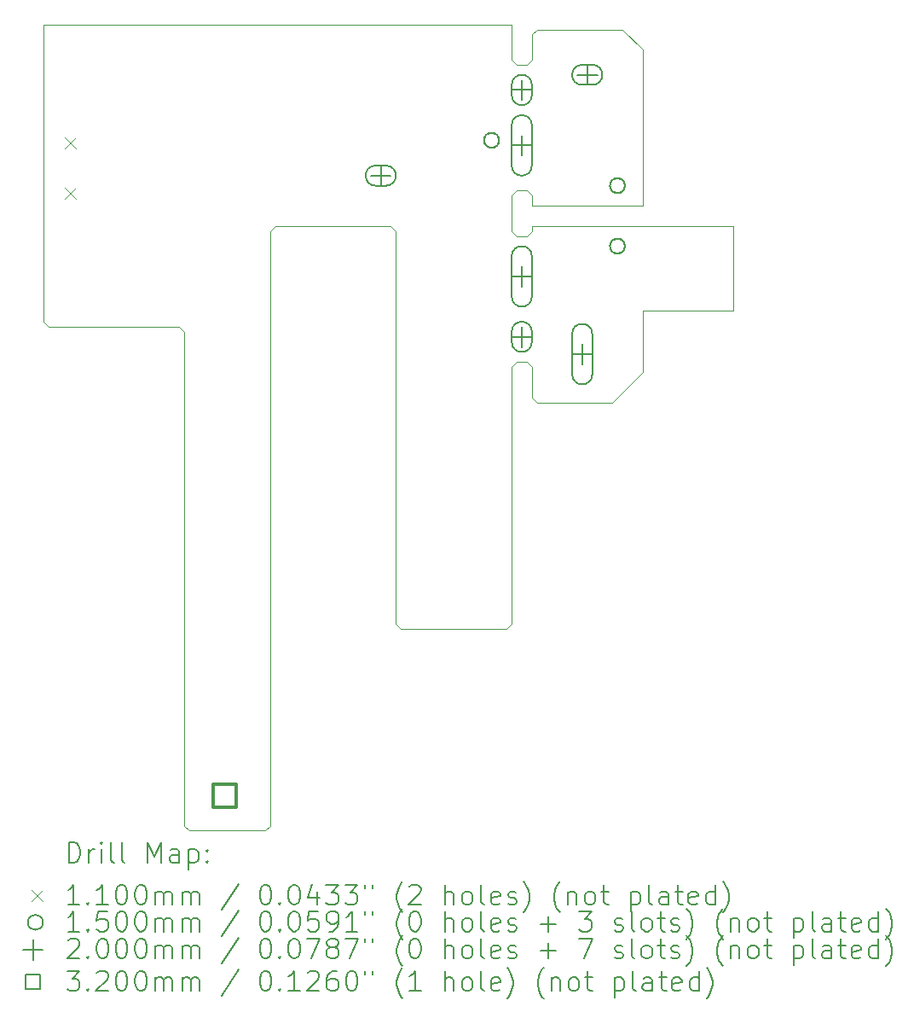
<source format=gbr>
%TF.GenerationSoftware,KiCad,Pcbnew,(6.0.10-0)*%
%TF.CreationDate,2024-01-14T23:05:52+09:00*%
%TF.ProjectId,AutoFeeder_Drum-type,4175746f-4665-4656-9465-725f4472756d,02*%
%TF.SameCoordinates,Original*%
%TF.FileFunction,Drillmap*%
%TF.FilePolarity,Positive*%
%FSLAX45Y45*%
G04 Gerber Fmt 4.5, Leading zero omitted, Abs format (unit mm)*
G04 Created by KiCad (PCBNEW (6.0.10-0)) date 2024-01-14 23:05:52*
%MOMM*%
%LPD*%
G01*
G04 APERTURE LIST*
%ADD10C,0.100000*%
%ADD11C,0.200000*%
%ADD12C,0.110000*%
%ADD13C,0.150000*%
%ADD14C,0.320000*%
G04 APERTURE END LIST*
D10*
X18350000Y-9350000D02*
X18300000Y-9400000D01*
X19300000Y-9750000D02*
X19600000Y-9450000D01*
X18550000Y-6050000D02*
X19400000Y-6050000D01*
X18500000Y-6100000D02*
X18550000Y-6050000D01*
X17150000Y-11950000D02*
X17200000Y-12000000D01*
X19300000Y-9750000D02*
X18550000Y-9750000D01*
X18450000Y-8100000D02*
X18500000Y-8050000D01*
X13650000Y-6000000D02*
X18300000Y-6000000D01*
X17150000Y-8050000D02*
X17150000Y-11950000D01*
X15900000Y-8050000D02*
X15900000Y-13950000D01*
X19600000Y-9450000D02*
X19600000Y-8843512D01*
X18450000Y-7650000D02*
X18500000Y-7700000D01*
X18350000Y-6400000D02*
X18300000Y-6350000D01*
X18350000Y-7650000D02*
X18450000Y-7650000D01*
X17100000Y-8000000D02*
X17150000Y-8050000D01*
X18450000Y-6400000D02*
X18500000Y-6350000D01*
X18500000Y-8000000D02*
X20500000Y-8000000D01*
X19600000Y-6250000D02*
X19600000Y-7800000D01*
X18350000Y-7650000D02*
X18300000Y-7700000D01*
X18500000Y-9400000D02*
X18500000Y-9700000D01*
X18350000Y-6400000D02*
X18450000Y-6400000D01*
X13700000Y-9000000D02*
X15000000Y-9000000D01*
X18300000Y-9400000D02*
X18300000Y-11950000D01*
X17100000Y-8000000D02*
X15950000Y-8000000D01*
X15050000Y-13950000D02*
X15100000Y-14000000D01*
X20500000Y-8843512D02*
X19600000Y-8843512D01*
X15850000Y-14000000D02*
X15900000Y-13950000D01*
X18350000Y-9350000D02*
X18450000Y-9350000D01*
X15100000Y-14000000D02*
X15850000Y-14000000D01*
X18500000Y-8050000D02*
X18500000Y-8000000D01*
X18500000Y-9700000D02*
X18550000Y-9750000D01*
X15000000Y-9000000D02*
X15050000Y-9050000D01*
X15050000Y-9050000D02*
X15050000Y-13950000D01*
X15950000Y-8000000D02*
X15900000Y-8050000D01*
X18350000Y-8100000D02*
X18300000Y-8050000D01*
X18300000Y-7700000D02*
X18300000Y-8050000D01*
X19600000Y-7800000D02*
X18500000Y-7800000D01*
X13650000Y-8950000D02*
X13700000Y-9000000D01*
X18450000Y-9350000D02*
X18500000Y-9400000D01*
X18350000Y-8100000D02*
X18450000Y-8100000D01*
X17200000Y-12000000D02*
X18250000Y-12000000D01*
X20500000Y-8000000D02*
X20500000Y-8843512D01*
X13650000Y-6000000D02*
X13650000Y-8950000D01*
X18500000Y-7700000D02*
X18500000Y-7800000D01*
X18300000Y-6000000D02*
X18300000Y-6350000D01*
X18250000Y-12000000D02*
X18300000Y-11950000D01*
X19400000Y-6050000D02*
X19600000Y-6250000D01*
X18500000Y-6100000D02*
X18500000Y-6350000D01*
D11*
D12*
X13860000Y-7124500D02*
X13970000Y-7234500D01*
X13970000Y-7124500D02*
X13860000Y-7234500D01*
X13860000Y-7624500D02*
X13970000Y-7734500D01*
X13970000Y-7624500D02*
X13860000Y-7734500D01*
D13*
X18175000Y-7150000D02*
G75*
G03*
X18175000Y-7150000I-75000J0D01*
G01*
D11*
X18100000Y-7225000D02*
X18100000Y-7225000D01*
X18100000Y-7075000D02*
X18100000Y-7075000D01*
X18100000Y-7225000D02*
G75*
G03*
X18100000Y-7075000I0J75000D01*
G01*
X18100000Y-7075000D02*
G75*
G03*
X18100000Y-7225000I0J-75000D01*
G01*
D13*
X19425000Y-7600000D02*
G75*
G03*
X19425000Y-7600000I-75000J0D01*
G01*
D11*
X19350000Y-7675000D02*
X19350000Y-7675000D01*
X19350000Y-7525000D02*
X19350000Y-7525000D01*
X19350000Y-7675000D02*
G75*
G03*
X19350000Y-7525000I0J75000D01*
G01*
X19350000Y-7525000D02*
G75*
G03*
X19350000Y-7675000I0J-75000D01*
G01*
D13*
X19425000Y-8200000D02*
G75*
G03*
X19425000Y-8200000I-75000J0D01*
G01*
D11*
X19350000Y-8275000D02*
X19350000Y-8275000D01*
X19350000Y-8125000D02*
X19350000Y-8125000D01*
X19350000Y-8275000D02*
G75*
G03*
X19350000Y-8125000I0J75000D01*
G01*
X19350000Y-8125000D02*
G75*
G03*
X19350000Y-8275000I0J-75000D01*
G01*
X17000000Y-7400000D02*
X17000000Y-7600000D01*
X16900000Y-7500000D02*
X17100000Y-7500000D01*
X16950000Y-7600000D02*
X17050000Y-7600000D01*
X16950000Y-7400000D02*
X17050000Y-7400000D01*
X17050000Y-7600000D02*
G75*
G03*
X17050000Y-7400000I0J100000D01*
G01*
X16950000Y-7400000D02*
G75*
G03*
X16950000Y-7600000I0J-100000D01*
G01*
X18400000Y-6550000D02*
X18400000Y-6750000D01*
X18300000Y-6650000D02*
X18500000Y-6650000D01*
X18300000Y-6600000D02*
X18300000Y-6700000D01*
X18500000Y-6600000D02*
X18500000Y-6700000D01*
X18300000Y-6700000D02*
G75*
G03*
X18500000Y-6700000I100000J0D01*
G01*
X18500000Y-6600000D02*
G75*
G03*
X18300000Y-6600000I-100000J0D01*
G01*
X18400000Y-7100000D02*
X18400000Y-7300000D01*
X18300000Y-7200000D02*
X18500000Y-7200000D01*
X18300000Y-7000000D02*
X18300000Y-7400000D01*
X18500000Y-7000000D02*
X18500000Y-7400000D01*
X18300000Y-7400000D02*
G75*
G03*
X18500000Y-7400000I100000J0D01*
G01*
X18500000Y-7000000D02*
G75*
G03*
X18300000Y-7000000I-100000J0D01*
G01*
X18400000Y-8400000D02*
X18400000Y-8600000D01*
X18300000Y-8500000D02*
X18500000Y-8500000D01*
X18300000Y-8300000D02*
X18300000Y-8700000D01*
X18500000Y-8300000D02*
X18500000Y-8700000D01*
X18300000Y-8700000D02*
G75*
G03*
X18500000Y-8700000I100000J0D01*
G01*
X18500000Y-8300000D02*
G75*
G03*
X18300000Y-8300000I-100000J0D01*
G01*
X18400000Y-9000000D02*
X18400000Y-9200000D01*
X18300000Y-9100000D02*
X18500000Y-9100000D01*
X18300000Y-9050000D02*
X18300000Y-9150000D01*
X18500000Y-9050000D02*
X18500000Y-9150000D01*
X18300000Y-9150000D02*
G75*
G03*
X18500000Y-9150000I100000J0D01*
G01*
X18500000Y-9050000D02*
G75*
G03*
X18300000Y-9050000I-100000J0D01*
G01*
X19000000Y-9171000D02*
X19000000Y-9371000D01*
X18900000Y-9271000D02*
X19100000Y-9271000D01*
X18900000Y-9071000D02*
X18900000Y-9471000D01*
X19100000Y-9071000D02*
X19100000Y-9471000D01*
X18900000Y-9471000D02*
G75*
G03*
X19100000Y-9471000I100000J0D01*
G01*
X19100000Y-9071000D02*
G75*
G03*
X18900000Y-9071000I-100000J0D01*
G01*
X19050000Y-6400000D02*
X19050000Y-6600000D01*
X18950000Y-6500000D02*
X19150000Y-6500000D01*
X19000000Y-6600000D02*
X19100000Y-6600000D01*
X19000000Y-6400000D02*
X19100000Y-6400000D01*
X19100000Y-6600000D02*
G75*
G03*
X19100000Y-6400000I0J100000D01*
G01*
X19000000Y-6400000D02*
G75*
G03*
X19000000Y-6600000I0J-100000D01*
G01*
D14*
X15563138Y-13763138D02*
X15563138Y-13536862D01*
X15336862Y-13536862D01*
X15336862Y-13763138D01*
X15563138Y-13763138D01*
D11*
X13902619Y-14315476D02*
X13902619Y-14115476D01*
X13950238Y-14115476D01*
X13978809Y-14125000D01*
X13997857Y-14144048D01*
X14007381Y-14163095D01*
X14016905Y-14201190D01*
X14016905Y-14229762D01*
X14007381Y-14267857D01*
X13997857Y-14286905D01*
X13978809Y-14305952D01*
X13950238Y-14315476D01*
X13902619Y-14315476D01*
X14102619Y-14315476D02*
X14102619Y-14182143D01*
X14102619Y-14220238D02*
X14112143Y-14201190D01*
X14121667Y-14191667D01*
X14140714Y-14182143D01*
X14159762Y-14182143D01*
X14226428Y-14315476D02*
X14226428Y-14182143D01*
X14226428Y-14115476D02*
X14216905Y-14125000D01*
X14226428Y-14134524D01*
X14235952Y-14125000D01*
X14226428Y-14115476D01*
X14226428Y-14134524D01*
X14350238Y-14315476D02*
X14331190Y-14305952D01*
X14321667Y-14286905D01*
X14321667Y-14115476D01*
X14455000Y-14315476D02*
X14435952Y-14305952D01*
X14426428Y-14286905D01*
X14426428Y-14115476D01*
X14683571Y-14315476D02*
X14683571Y-14115476D01*
X14750238Y-14258333D01*
X14816905Y-14115476D01*
X14816905Y-14315476D01*
X14997857Y-14315476D02*
X14997857Y-14210714D01*
X14988333Y-14191667D01*
X14969286Y-14182143D01*
X14931190Y-14182143D01*
X14912143Y-14191667D01*
X14997857Y-14305952D02*
X14978809Y-14315476D01*
X14931190Y-14315476D01*
X14912143Y-14305952D01*
X14902619Y-14286905D01*
X14902619Y-14267857D01*
X14912143Y-14248809D01*
X14931190Y-14239286D01*
X14978809Y-14239286D01*
X14997857Y-14229762D01*
X15093095Y-14182143D02*
X15093095Y-14382143D01*
X15093095Y-14191667D02*
X15112143Y-14182143D01*
X15150238Y-14182143D01*
X15169286Y-14191667D01*
X15178809Y-14201190D01*
X15188333Y-14220238D01*
X15188333Y-14277381D01*
X15178809Y-14296428D01*
X15169286Y-14305952D01*
X15150238Y-14315476D01*
X15112143Y-14315476D01*
X15093095Y-14305952D01*
X15274048Y-14296428D02*
X15283571Y-14305952D01*
X15274048Y-14315476D01*
X15264524Y-14305952D01*
X15274048Y-14296428D01*
X15274048Y-14315476D01*
X15274048Y-14191667D02*
X15283571Y-14201190D01*
X15274048Y-14210714D01*
X15264524Y-14201190D01*
X15274048Y-14191667D01*
X15274048Y-14210714D01*
D12*
X13535000Y-14590000D02*
X13645000Y-14700000D01*
X13645000Y-14590000D02*
X13535000Y-14700000D01*
D11*
X14007381Y-14735476D02*
X13893095Y-14735476D01*
X13950238Y-14735476D02*
X13950238Y-14535476D01*
X13931190Y-14564048D01*
X13912143Y-14583095D01*
X13893095Y-14592619D01*
X14093095Y-14716428D02*
X14102619Y-14725952D01*
X14093095Y-14735476D01*
X14083571Y-14725952D01*
X14093095Y-14716428D01*
X14093095Y-14735476D01*
X14293095Y-14735476D02*
X14178809Y-14735476D01*
X14235952Y-14735476D02*
X14235952Y-14535476D01*
X14216905Y-14564048D01*
X14197857Y-14583095D01*
X14178809Y-14592619D01*
X14416905Y-14535476D02*
X14435952Y-14535476D01*
X14455000Y-14545000D01*
X14464524Y-14554524D01*
X14474048Y-14573571D01*
X14483571Y-14611667D01*
X14483571Y-14659286D01*
X14474048Y-14697381D01*
X14464524Y-14716428D01*
X14455000Y-14725952D01*
X14435952Y-14735476D01*
X14416905Y-14735476D01*
X14397857Y-14725952D01*
X14388333Y-14716428D01*
X14378809Y-14697381D01*
X14369286Y-14659286D01*
X14369286Y-14611667D01*
X14378809Y-14573571D01*
X14388333Y-14554524D01*
X14397857Y-14545000D01*
X14416905Y-14535476D01*
X14607381Y-14535476D02*
X14626428Y-14535476D01*
X14645476Y-14545000D01*
X14655000Y-14554524D01*
X14664524Y-14573571D01*
X14674048Y-14611667D01*
X14674048Y-14659286D01*
X14664524Y-14697381D01*
X14655000Y-14716428D01*
X14645476Y-14725952D01*
X14626428Y-14735476D01*
X14607381Y-14735476D01*
X14588333Y-14725952D01*
X14578809Y-14716428D01*
X14569286Y-14697381D01*
X14559762Y-14659286D01*
X14559762Y-14611667D01*
X14569286Y-14573571D01*
X14578809Y-14554524D01*
X14588333Y-14545000D01*
X14607381Y-14535476D01*
X14759762Y-14735476D02*
X14759762Y-14602143D01*
X14759762Y-14621190D02*
X14769286Y-14611667D01*
X14788333Y-14602143D01*
X14816905Y-14602143D01*
X14835952Y-14611667D01*
X14845476Y-14630714D01*
X14845476Y-14735476D01*
X14845476Y-14630714D02*
X14855000Y-14611667D01*
X14874048Y-14602143D01*
X14902619Y-14602143D01*
X14921667Y-14611667D01*
X14931190Y-14630714D01*
X14931190Y-14735476D01*
X15026428Y-14735476D02*
X15026428Y-14602143D01*
X15026428Y-14621190D02*
X15035952Y-14611667D01*
X15055000Y-14602143D01*
X15083571Y-14602143D01*
X15102619Y-14611667D01*
X15112143Y-14630714D01*
X15112143Y-14735476D01*
X15112143Y-14630714D02*
X15121667Y-14611667D01*
X15140714Y-14602143D01*
X15169286Y-14602143D01*
X15188333Y-14611667D01*
X15197857Y-14630714D01*
X15197857Y-14735476D01*
X15588333Y-14525952D02*
X15416905Y-14783095D01*
X15845476Y-14535476D02*
X15864524Y-14535476D01*
X15883571Y-14545000D01*
X15893095Y-14554524D01*
X15902619Y-14573571D01*
X15912143Y-14611667D01*
X15912143Y-14659286D01*
X15902619Y-14697381D01*
X15893095Y-14716428D01*
X15883571Y-14725952D01*
X15864524Y-14735476D01*
X15845476Y-14735476D01*
X15826428Y-14725952D01*
X15816905Y-14716428D01*
X15807381Y-14697381D01*
X15797857Y-14659286D01*
X15797857Y-14611667D01*
X15807381Y-14573571D01*
X15816905Y-14554524D01*
X15826428Y-14545000D01*
X15845476Y-14535476D01*
X15997857Y-14716428D02*
X16007381Y-14725952D01*
X15997857Y-14735476D01*
X15988333Y-14725952D01*
X15997857Y-14716428D01*
X15997857Y-14735476D01*
X16131190Y-14535476D02*
X16150238Y-14535476D01*
X16169286Y-14545000D01*
X16178809Y-14554524D01*
X16188333Y-14573571D01*
X16197857Y-14611667D01*
X16197857Y-14659286D01*
X16188333Y-14697381D01*
X16178809Y-14716428D01*
X16169286Y-14725952D01*
X16150238Y-14735476D01*
X16131190Y-14735476D01*
X16112143Y-14725952D01*
X16102619Y-14716428D01*
X16093095Y-14697381D01*
X16083571Y-14659286D01*
X16083571Y-14611667D01*
X16093095Y-14573571D01*
X16102619Y-14554524D01*
X16112143Y-14545000D01*
X16131190Y-14535476D01*
X16369286Y-14602143D02*
X16369286Y-14735476D01*
X16321667Y-14525952D02*
X16274048Y-14668809D01*
X16397857Y-14668809D01*
X16455000Y-14535476D02*
X16578809Y-14535476D01*
X16512143Y-14611667D01*
X16540714Y-14611667D01*
X16559762Y-14621190D01*
X16569286Y-14630714D01*
X16578809Y-14649762D01*
X16578809Y-14697381D01*
X16569286Y-14716428D01*
X16559762Y-14725952D01*
X16540714Y-14735476D01*
X16483571Y-14735476D01*
X16464524Y-14725952D01*
X16455000Y-14716428D01*
X16645476Y-14535476D02*
X16769286Y-14535476D01*
X16702619Y-14611667D01*
X16731190Y-14611667D01*
X16750238Y-14621190D01*
X16759762Y-14630714D01*
X16769286Y-14649762D01*
X16769286Y-14697381D01*
X16759762Y-14716428D01*
X16750238Y-14725952D01*
X16731190Y-14735476D01*
X16674048Y-14735476D01*
X16655000Y-14725952D01*
X16645476Y-14716428D01*
X16845476Y-14535476D02*
X16845476Y-14573571D01*
X16921667Y-14535476D02*
X16921667Y-14573571D01*
X17216905Y-14811667D02*
X17207381Y-14802143D01*
X17188333Y-14773571D01*
X17178810Y-14754524D01*
X17169286Y-14725952D01*
X17159762Y-14678333D01*
X17159762Y-14640238D01*
X17169286Y-14592619D01*
X17178810Y-14564048D01*
X17188333Y-14545000D01*
X17207381Y-14516428D01*
X17216905Y-14506905D01*
X17283571Y-14554524D02*
X17293095Y-14545000D01*
X17312143Y-14535476D01*
X17359762Y-14535476D01*
X17378810Y-14545000D01*
X17388333Y-14554524D01*
X17397857Y-14573571D01*
X17397857Y-14592619D01*
X17388333Y-14621190D01*
X17274048Y-14735476D01*
X17397857Y-14735476D01*
X17635952Y-14735476D02*
X17635952Y-14535476D01*
X17721667Y-14735476D02*
X17721667Y-14630714D01*
X17712143Y-14611667D01*
X17693095Y-14602143D01*
X17664524Y-14602143D01*
X17645476Y-14611667D01*
X17635952Y-14621190D01*
X17845476Y-14735476D02*
X17826429Y-14725952D01*
X17816905Y-14716428D01*
X17807381Y-14697381D01*
X17807381Y-14640238D01*
X17816905Y-14621190D01*
X17826429Y-14611667D01*
X17845476Y-14602143D01*
X17874048Y-14602143D01*
X17893095Y-14611667D01*
X17902619Y-14621190D01*
X17912143Y-14640238D01*
X17912143Y-14697381D01*
X17902619Y-14716428D01*
X17893095Y-14725952D01*
X17874048Y-14735476D01*
X17845476Y-14735476D01*
X18026429Y-14735476D02*
X18007381Y-14725952D01*
X17997857Y-14706905D01*
X17997857Y-14535476D01*
X18178810Y-14725952D02*
X18159762Y-14735476D01*
X18121667Y-14735476D01*
X18102619Y-14725952D01*
X18093095Y-14706905D01*
X18093095Y-14630714D01*
X18102619Y-14611667D01*
X18121667Y-14602143D01*
X18159762Y-14602143D01*
X18178810Y-14611667D01*
X18188333Y-14630714D01*
X18188333Y-14649762D01*
X18093095Y-14668809D01*
X18264524Y-14725952D02*
X18283571Y-14735476D01*
X18321667Y-14735476D01*
X18340714Y-14725952D01*
X18350238Y-14706905D01*
X18350238Y-14697381D01*
X18340714Y-14678333D01*
X18321667Y-14668809D01*
X18293095Y-14668809D01*
X18274048Y-14659286D01*
X18264524Y-14640238D01*
X18264524Y-14630714D01*
X18274048Y-14611667D01*
X18293095Y-14602143D01*
X18321667Y-14602143D01*
X18340714Y-14611667D01*
X18416905Y-14811667D02*
X18426429Y-14802143D01*
X18445476Y-14773571D01*
X18455000Y-14754524D01*
X18464524Y-14725952D01*
X18474048Y-14678333D01*
X18474048Y-14640238D01*
X18464524Y-14592619D01*
X18455000Y-14564048D01*
X18445476Y-14545000D01*
X18426429Y-14516428D01*
X18416905Y-14506905D01*
X18778810Y-14811667D02*
X18769286Y-14802143D01*
X18750238Y-14773571D01*
X18740714Y-14754524D01*
X18731190Y-14725952D01*
X18721667Y-14678333D01*
X18721667Y-14640238D01*
X18731190Y-14592619D01*
X18740714Y-14564048D01*
X18750238Y-14545000D01*
X18769286Y-14516428D01*
X18778810Y-14506905D01*
X18855000Y-14602143D02*
X18855000Y-14735476D01*
X18855000Y-14621190D02*
X18864524Y-14611667D01*
X18883571Y-14602143D01*
X18912143Y-14602143D01*
X18931190Y-14611667D01*
X18940714Y-14630714D01*
X18940714Y-14735476D01*
X19064524Y-14735476D02*
X19045476Y-14725952D01*
X19035952Y-14716428D01*
X19026429Y-14697381D01*
X19026429Y-14640238D01*
X19035952Y-14621190D01*
X19045476Y-14611667D01*
X19064524Y-14602143D01*
X19093095Y-14602143D01*
X19112143Y-14611667D01*
X19121667Y-14621190D01*
X19131190Y-14640238D01*
X19131190Y-14697381D01*
X19121667Y-14716428D01*
X19112143Y-14725952D01*
X19093095Y-14735476D01*
X19064524Y-14735476D01*
X19188333Y-14602143D02*
X19264524Y-14602143D01*
X19216905Y-14535476D02*
X19216905Y-14706905D01*
X19226429Y-14725952D01*
X19245476Y-14735476D01*
X19264524Y-14735476D01*
X19483571Y-14602143D02*
X19483571Y-14802143D01*
X19483571Y-14611667D02*
X19502619Y-14602143D01*
X19540714Y-14602143D01*
X19559762Y-14611667D01*
X19569286Y-14621190D01*
X19578810Y-14640238D01*
X19578810Y-14697381D01*
X19569286Y-14716428D01*
X19559762Y-14725952D01*
X19540714Y-14735476D01*
X19502619Y-14735476D01*
X19483571Y-14725952D01*
X19693095Y-14735476D02*
X19674048Y-14725952D01*
X19664524Y-14706905D01*
X19664524Y-14535476D01*
X19855000Y-14735476D02*
X19855000Y-14630714D01*
X19845476Y-14611667D01*
X19826429Y-14602143D01*
X19788333Y-14602143D01*
X19769286Y-14611667D01*
X19855000Y-14725952D02*
X19835952Y-14735476D01*
X19788333Y-14735476D01*
X19769286Y-14725952D01*
X19759762Y-14706905D01*
X19759762Y-14687857D01*
X19769286Y-14668809D01*
X19788333Y-14659286D01*
X19835952Y-14659286D01*
X19855000Y-14649762D01*
X19921667Y-14602143D02*
X19997857Y-14602143D01*
X19950238Y-14535476D02*
X19950238Y-14706905D01*
X19959762Y-14725952D01*
X19978810Y-14735476D01*
X19997857Y-14735476D01*
X20140714Y-14725952D02*
X20121667Y-14735476D01*
X20083571Y-14735476D01*
X20064524Y-14725952D01*
X20055000Y-14706905D01*
X20055000Y-14630714D01*
X20064524Y-14611667D01*
X20083571Y-14602143D01*
X20121667Y-14602143D01*
X20140714Y-14611667D01*
X20150238Y-14630714D01*
X20150238Y-14649762D01*
X20055000Y-14668809D01*
X20321667Y-14735476D02*
X20321667Y-14535476D01*
X20321667Y-14725952D02*
X20302619Y-14735476D01*
X20264524Y-14735476D01*
X20245476Y-14725952D01*
X20235952Y-14716428D01*
X20226429Y-14697381D01*
X20226429Y-14640238D01*
X20235952Y-14621190D01*
X20245476Y-14611667D01*
X20264524Y-14602143D01*
X20302619Y-14602143D01*
X20321667Y-14611667D01*
X20397857Y-14811667D02*
X20407381Y-14802143D01*
X20426429Y-14773571D01*
X20435952Y-14754524D01*
X20445476Y-14725952D01*
X20455000Y-14678333D01*
X20455000Y-14640238D01*
X20445476Y-14592619D01*
X20435952Y-14564048D01*
X20426429Y-14545000D01*
X20407381Y-14516428D01*
X20397857Y-14506905D01*
D13*
X13645000Y-14909000D02*
G75*
G03*
X13645000Y-14909000I-75000J0D01*
G01*
D11*
X14007381Y-14999476D02*
X13893095Y-14999476D01*
X13950238Y-14999476D02*
X13950238Y-14799476D01*
X13931190Y-14828048D01*
X13912143Y-14847095D01*
X13893095Y-14856619D01*
X14093095Y-14980428D02*
X14102619Y-14989952D01*
X14093095Y-14999476D01*
X14083571Y-14989952D01*
X14093095Y-14980428D01*
X14093095Y-14999476D01*
X14283571Y-14799476D02*
X14188333Y-14799476D01*
X14178809Y-14894714D01*
X14188333Y-14885190D01*
X14207381Y-14875667D01*
X14255000Y-14875667D01*
X14274048Y-14885190D01*
X14283571Y-14894714D01*
X14293095Y-14913762D01*
X14293095Y-14961381D01*
X14283571Y-14980428D01*
X14274048Y-14989952D01*
X14255000Y-14999476D01*
X14207381Y-14999476D01*
X14188333Y-14989952D01*
X14178809Y-14980428D01*
X14416905Y-14799476D02*
X14435952Y-14799476D01*
X14455000Y-14809000D01*
X14464524Y-14818524D01*
X14474048Y-14837571D01*
X14483571Y-14875667D01*
X14483571Y-14923286D01*
X14474048Y-14961381D01*
X14464524Y-14980428D01*
X14455000Y-14989952D01*
X14435952Y-14999476D01*
X14416905Y-14999476D01*
X14397857Y-14989952D01*
X14388333Y-14980428D01*
X14378809Y-14961381D01*
X14369286Y-14923286D01*
X14369286Y-14875667D01*
X14378809Y-14837571D01*
X14388333Y-14818524D01*
X14397857Y-14809000D01*
X14416905Y-14799476D01*
X14607381Y-14799476D02*
X14626428Y-14799476D01*
X14645476Y-14809000D01*
X14655000Y-14818524D01*
X14664524Y-14837571D01*
X14674048Y-14875667D01*
X14674048Y-14923286D01*
X14664524Y-14961381D01*
X14655000Y-14980428D01*
X14645476Y-14989952D01*
X14626428Y-14999476D01*
X14607381Y-14999476D01*
X14588333Y-14989952D01*
X14578809Y-14980428D01*
X14569286Y-14961381D01*
X14559762Y-14923286D01*
X14559762Y-14875667D01*
X14569286Y-14837571D01*
X14578809Y-14818524D01*
X14588333Y-14809000D01*
X14607381Y-14799476D01*
X14759762Y-14999476D02*
X14759762Y-14866143D01*
X14759762Y-14885190D02*
X14769286Y-14875667D01*
X14788333Y-14866143D01*
X14816905Y-14866143D01*
X14835952Y-14875667D01*
X14845476Y-14894714D01*
X14845476Y-14999476D01*
X14845476Y-14894714D02*
X14855000Y-14875667D01*
X14874048Y-14866143D01*
X14902619Y-14866143D01*
X14921667Y-14875667D01*
X14931190Y-14894714D01*
X14931190Y-14999476D01*
X15026428Y-14999476D02*
X15026428Y-14866143D01*
X15026428Y-14885190D02*
X15035952Y-14875667D01*
X15055000Y-14866143D01*
X15083571Y-14866143D01*
X15102619Y-14875667D01*
X15112143Y-14894714D01*
X15112143Y-14999476D01*
X15112143Y-14894714D02*
X15121667Y-14875667D01*
X15140714Y-14866143D01*
X15169286Y-14866143D01*
X15188333Y-14875667D01*
X15197857Y-14894714D01*
X15197857Y-14999476D01*
X15588333Y-14789952D02*
X15416905Y-15047095D01*
X15845476Y-14799476D02*
X15864524Y-14799476D01*
X15883571Y-14809000D01*
X15893095Y-14818524D01*
X15902619Y-14837571D01*
X15912143Y-14875667D01*
X15912143Y-14923286D01*
X15902619Y-14961381D01*
X15893095Y-14980428D01*
X15883571Y-14989952D01*
X15864524Y-14999476D01*
X15845476Y-14999476D01*
X15826428Y-14989952D01*
X15816905Y-14980428D01*
X15807381Y-14961381D01*
X15797857Y-14923286D01*
X15797857Y-14875667D01*
X15807381Y-14837571D01*
X15816905Y-14818524D01*
X15826428Y-14809000D01*
X15845476Y-14799476D01*
X15997857Y-14980428D02*
X16007381Y-14989952D01*
X15997857Y-14999476D01*
X15988333Y-14989952D01*
X15997857Y-14980428D01*
X15997857Y-14999476D01*
X16131190Y-14799476D02*
X16150238Y-14799476D01*
X16169286Y-14809000D01*
X16178809Y-14818524D01*
X16188333Y-14837571D01*
X16197857Y-14875667D01*
X16197857Y-14923286D01*
X16188333Y-14961381D01*
X16178809Y-14980428D01*
X16169286Y-14989952D01*
X16150238Y-14999476D01*
X16131190Y-14999476D01*
X16112143Y-14989952D01*
X16102619Y-14980428D01*
X16093095Y-14961381D01*
X16083571Y-14923286D01*
X16083571Y-14875667D01*
X16093095Y-14837571D01*
X16102619Y-14818524D01*
X16112143Y-14809000D01*
X16131190Y-14799476D01*
X16378809Y-14799476D02*
X16283571Y-14799476D01*
X16274048Y-14894714D01*
X16283571Y-14885190D01*
X16302619Y-14875667D01*
X16350238Y-14875667D01*
X16369286Y-14885190D01*
X16378809Y-14894714D01*
X16388333Y-14913762D01*
X16388333Y-14961381D01*
X16378809Y-14980428D01*
X16369286Y-14989952D01*
X16350238Y-14999476D01*
X16302619Y-14999476D01*
X16283571Y-14989952D01*
X16274048Y-14980428D01*
X16483571Y-14999476D02*
X16521667Y-14999476D01*
X16540714Y-14989952D01*
X16550238Y-14980428D01*
X16569286Y-14951857D01*
X16578809Y-14913762D01*
X16578809Y-14837571D01*
X16569286Y-14818524D01*
X16559762Y-14809000D01*
X16540714Y-14799476D01*
X16502619Y-14799476D01*
X16483571Y-14809000D01*
X16474048Y-14818524D01*
X16464524Y-14837571D01*
X16464524Y-14885190D01*
X16474048Y-14904238D01*
X16483571Y-14913762D01*
X16502619Y-14923286D01*
X16540714Y-14923286D01*
X16559762Y-14913762D01*
X16569286Y-14904238D01*
X16578809Y-14885190D01*
X16769286Y-14999476D02*
X16655000Y-14999476D01*
X16712143Y-14999476D02*
X16712143Y-14799476D01*
X16693095Y-14828048D01*
X16674048Y-14847095D01*
X16655000Y-14856619D01*
X16845476Y-14799476D02*
X16845476Y-14837571D01*
X16921667Y-14799476D02*
X16921667Y-14837571D01*
X17216905Y-15075667D02*
X17207381Y-15066143D01*
X17188333Y-15037571D01*
X17178810Y-15018524D01*
X17169286Y-14989952D01*
X17159762Y-14942333D01*
X17159762Y-14904238D01*
X17169286Y-14856619D01*
X17178810Y-14828048D01*
X17188333Y-14809000D01*
X17207381Y-14780428D01*
X17216905Y-14770905D01*
X17331190Y-14799476D02*
X17350238Y-14799476D01*
X17369286Y-14809000D01*
X17378810Y-14818524D01*
X17388333Y-14837571D01*
X17397857Y-14875667D01*
X17397857Y-14923286D01*
X17388333Y-14961381D01*
X17378810Y-14980428D01*
X17369286Y-14989952D01*
X17350238Y-14999476D01*
X17331190Y-14999476D01*
X17312143Y-14989952D01*
X17302619Y-14980428D01*
X17293095Y-14961381D01*
X17283571Y-14923286D01*
X17283571Y-14875667D01*
X17293095Y-14837571D01*
X17302619Y-14818524D01*
X17312143Y-14809000D01*
X17331190Y-14799476D01*
X17635952Y-14999476D02*
X17635952Y-14799476D01*
X17721667Y-14999476D02*
X17721667Y-14894714D01*
X17712143Y-14875667D01*
X17693095Y-14866143D01*
X17664524Y-14866143D01*
X17645476Y-14875667D01*
X17635952Y-14885190D01*
X17845476Y-14999476D02*
X17826429Y-14989952D01*
X17816905Y-14980428D01*
X17807381Y-14961381D01*
X17807381Y-14904238D01*
X17816905Y-14885190D01*
X17826429Y-14875667D01*
X17845476Y-14866143D01*
X17874048Y-14866143D01*
X17893095Y-14875667D01*
X17902619Y-14885190D01*
X17912143Y-14904238D01*
X17912143Y-14961381D01*
X17902619Y-14980428D01*
X17893095Y-14989952D01*
X17874048Y-14999476D01*
X17845476Y-14999476D01*
X18026429Y-14999476D02*
X18007381Y-14989952D01*
X17997857Y-14970905D01*
X17997857Y-14799476D01*
X18178810Y-14989952D02*
X18159762Y-14999476D01*
X18121667Y-14999476D01*
X18102619Y-14989952D01*
X18093095Y-14970905D01*
X18093095Y-14894714D01*
X18102619Y-14875667D01*
X18121667Y-14866143D01*
X18159762Y-14866143D01*
X18178810Y-14875667D01*
X18188333Y-14894714D01*
X18188333Y-14913762D01*
X18093095Y-14932809D01*
X18264524Y-14989952D02*
X18283571Y-14999476D01*
X18321667Y-14999476D01*
X18340714Y-14989952D01*
X18350238Y-14970905D01*
X18350238Y-14961381D01*
X18340714Y-14942333D01*
X18321667Y-14932809D01*
X18293095Y-14932809D01*
X18274048Y-14923286D01*
X18264524Y-14904238D01*
X18264524Y-14894714D01*
X18274048Y-14875667D01*
X18293095Y-14866143D01*
X18321667Y-14866143D01*
X18340714Y-14875667D01*
X18588333Y-14923286D02*
X18740714Y-14923286D01*
X18664524Y-14999476D02*
X18664524Y-14847095D01*
X18969286Y-14799476D02*
X19093095Y-14799476D01*
X19026429Y-14875667D01*
X19055000Y-14875667D01*
X19074048Y-14885190D01*
X19083571Y-14894714D01*
X19093095Y-14913762D01*
X19093095Y-14961381D01*
X19083571Y-14980428D01*
X19074048Y-14989952D01*
X19055000Y-14999476D01*
X18997857Y-14999476D01*
X18978810Y-14989952D01*
X18969286Y-14980428D01*
X19321667Y-14989952D02*
X19340714Y-14999476D01*
X19378810Y-14999476D01*
X19397857Y-14989952D01*
X19407381Y-14970905D01*
X19407381Y-14961381D01*
X19397857Y-14942333D01*
X19378810Y-14932809D01*
X19350238Y-14932809D01*
X19331190Y-14923286D01*
X19321667Y-14904238D01*
X19321667Y-14894714D01*
X19331190Y-14875667D01*
X19350238Y-14866143D01*
X19378810Y-14866143D01*
X19397857Y-14875667D01*
X19521667Y-14999476D02*
X19502619Y-14989952D01*
X19493095Y-14970905D01*
X19493095Y-14799476D01*
X19626429Y-14999476D02*
X19607381Y-14989952D01*
X19597857Y-14980428D01*
X19588333Y-14961381D01*
X19588333Y-14904238D01*
X19597857Y-14885190D01*
X19607381Y-14875667D01*
X19626429Y-14866143D01*
X19655000Y-14866143D01*
X19674048Y-14875667D01*
X19683571Y-14885190D01*
X19693095Y-14904238D01*
X19693095Y-14961381D01*
X19683571Y-14980428D01*
X19674048Y-14989952D01*
X19655000Y-14999476D01*
X19626429Y-14999476D01*
X19750238Y-14866143D02*
X19826429Y-14866143D01*
X19778810Y-14799476D02*
X19778810Y-14970905D01*
X19788333Y-14989952D01*
X19807381Y-14999476D01*
X19826429Y-14999476D01*
X19883571Y-14989952D02*
X19902619Y-14999476D01*
X19940714Y-14999476D01*
X19959762Y-14989952D01*
X19969286Y-14970905D01*
X19969286Y-14961381D01*
X19959762Y-14942333D01*
X19940714Y-14932809D01*
X19912143Y-14932809D01*
X19893095Y-14923286D01*
X19883571Y-14904238D01*
X19883571Y-14894714D01*
X19893095Y-14875667D01*
X19912143Y-14866143D01*
X19940714Y-14866143D01*
X19959762Y-14875667D01*
X20035952Y-15075667D02*
X20045476Y-15066143D01*
X20064524Y-15037571D01*
X20074048Y-15018524D01*
X20083571Y-14989952D01*
X20093095Y-14942333D01*
X20093095Y-14904238D01*
X20083571Y-14856619D01*
X20074048Y-14828048D01*
X20064524Y-14809000D01*
X20045476Y-14780428D01*
X20035952Y-14770905D01*
X20397857Y-15075667D02*
X20388333Y-15066143D01*
X20369286Y-15037571D01*
X20359762Y-15018524D01*
X20350238Y-14989952D01*
X20340714Y-14942333D01*
X20340714Y-14904238D01*
X20350238Y-14856619D01*
X20359762Y-14828048D01*
X20369286Y-14809000D01*
X20388333Y-14780428D01*
X20397857Y-14770905D01*
X20474048Y-14866143D02*
X20474048Y-14999476D01*
X20474048Y-14885190D02*
X20483571Y-14875667D01*
X20502619Y-14866143D01*
X20531190Y-14866143D01*
X20550238Y-14875667D01*
X20559762Y-14894714D01*
X20559762Y-14999476D01*
X20683571Y-14999476D02*
X20664524Y-14989952D01*
X20655000Y-14980428D01*
X20645476Y-14961381D01*
X20645476Y-14904238D01*
X20655000Y-14885190D01*
X20664524Y-14875667D01*
X20683571Y-14866143D01*
X20712143Y-14866143D01*
X20731190Y-14875667D01*
X20740714Y-14885190D01*
X20750238Y-14904238D01*
X20750238Y-14961381D01*
X20740714Y-14980428D01*
X20731190Y-14989952D01*
X20712143Y-14999476D01*
X20683571Y-14999476D01*
X20807381Y-14866143D02*
X20883571Y-14866143D01*
X20835952Y-14799476D02*
X20835952Y-14970905D01*
X20845476Y-14989952D01*
X20864524Y-14999476D01*
X20883571Y-14999476D01*
X21102619Y-14866143D02*
X21102619Y-15066143D01*
X21102619Y-14875667D02*
X21121667Y-14866143D01*
X21159762Y-14866143D01*
X21178810Y-14875667D01*
X21188333Y-14885190D01*
X21197857Y-14904238D01*
X21197857Y-14961381D01*
X21188333Y-14980428D01*
X21178810Y-14989952D01*
X21159762Y-14999476D01*
X21121667Y-14999476D01*
X21102619Y-14989952D01*
X21312143Y-14999476D02*
X21293095Y-14989952D01*
X21283571Y-14970905D01*
X21283571Y-14799476D01*
X21474048Y-14999476D02*
X21474048Y-14894714D01*
X21464524Y-14875667D01*
X21445476Y-14866143D01*
X21407381Y-14866143D01*
X21388333Y-14875667D01*
X21474048Y-14989952D02*
X21455000Y-14999476D01*
X21407381Y-14999476D01*
X21388333Y-14989952D01*
X21378810Y-14970905D01*
X21378810Y-14951857D01*
X21388333Y-14932809D01*
X21407381Y-14923286D01*
X21455000Y-14923286D01*
X21474048Y-14913762D01*
X21540714Y-14866143D02*
X21616905Y-14866143D01*
X21569286Y-14799476D02*
X21569286Y-14970905D01*
X21578810Y-14989952D01*
X21597857Y-14999476D01*
X21616905Y-14999476D01*
X21759762Y-14989952D02*
X21740714Y-14999476D01*
X21702619Y-14999476D01*
X21683571Y-14989952D01*
X21674048Y-14970905D01*
X21674048Y-14894714D01*
X21683571Y-14875667D01*
X21702619Y-14866143D01*
X21740714Y-14866143D01*
X21759762Y-14875667D01*
X21769286Y-14894714D01*
X21769286Y-14913762D01*
X21674048Y-14932809D01*
X21940714Y-14999476D02*
X21940714Y-14799476D01*
X21940714Y-14989952D02*
X21921667Y-14999476D01*
X21883571Y-14999476D01*
X21864524Y-14989952D01*
X21855000Y-14980428D01*
X21845476Y-14961381D01*
X21845476Y-14904238D01*
X21855000Y-14885190D01*
X21864524Y-14875667D01*
X21883571Y-14866143D01*
X21921667Y-14866143D01*
X21940714Y-14875667D01*
X22016905Y-15075667D02*
X22026429Y-15066143D01*
X22045476Y-15037571D01*
X22055000Y-15018524D01*
X22064524Y-14989952D01*
X22074048Y-14942333D01*
X22074048Y-14904238D01*
X22064524Y-14856619D01*
X22055000Y-14828048D01*
X22045476Y-14809000D01*
X22026429Y-14780428D01*
X22016905Y-14770905D01*
X13545000Y-15079000D02*
X13545000Y-15279000D01*
X13445000Y-15179000D02*
X13645000Y-15179000D01*
X13893095Y-15088524D02*
X13902619Y-15079000D01*
X13921667Y-15069476D01*
X13969286Y-15069476D01*
X13988333Y-15079000D01*
X13997857Y-15088524D01*
X14007381Y-15107571D01*
X14007381Y-15126619D01*
X13997857Y-15155190D01*
X13883571Y-15269476D01*
X14007381Y-15269476D01*
X14093095Y-15250428D02*
X14102619Y-15259952D01*
X14093095Y-15269476D01*
X14083571Y-15259952D01*
X14093095Y-15250428D01*
X14093095Y-15269476D01*
X14226428Y-15069476D02*
X14245476Y-15069476D01*
X14264524Y-15079000D01*
X14274048Y-15088524D01*
X14283571Y-15107571D01*
X14293095Y-15145667D01*
X14293095Y-15193286D01*
X14283571Y-15231381D01*
X14274048Y-15250428D01*
X14264524Y-15259952D01*
X14245476Y-15269476D01*
X14226428Y-15269476D01*
X14207381Y-15259952D01*
X14197857Y-15250428D01*
X14188333Y-15231381D01*
X14178809Y-15193286D01*
X14178809Y-15145667D01*
X14188333Y-15107571D01*
X14197857Y-15088524D01*
X14207381Y-15079000D01*
X14226428Y-15069476D01*
X14416905Y-15069476D02*
X14435952Y-15069476D01*
X14455000Y-15079000D01*
X14464524Y-15088524D01*
X14474048Y-15107571D01*
X14483571Y-15145667D01*
X14483571Y-15193286D01*
X14474048Y-15231381D01*
X14464524Y-15250428D01*
X14455000Y-15259952D01*
X14435952Y-15269476D01*
X14416905Y-15269476D01*
X14397857Y-15259952D01*
X14388333Y-15250428D01*
X14378809Y-15231381D01*
X14369286Y-15193286D01*
X14369286Y-15145667D01*
X14378809Y-15107571D01*
X14388333Y-15088524D01*
X14397857Y-15079000D01*
X14416905Y-15069476D01*
X14607381Y-15069476D02*
X14626428Y-15069476D01*
X14645476Y-15079000D01*
X14655000Y-15088524D01*
X14664524Y-15107571D01*
X14674048Y-15145667D01*
X14674048Y-15193286D01*
X14664524Y-15231381D01*
X14655000Y-15250428D01*
X14645476Y-15259952D01*
X14626428Y-15269476D01*
X14607381Y-15269476D01*
X14588333Y-15259952D01*
X14578809Y-15250428D01*
X14569286Y-15231381D01*
X14559762Y-15193286D01*
X14559762Y-15145667D01*
X14569286Y-15107571D01*
X14578809Y-15088524D01*
X14588333Y-15079000D01*
X14607381Y-15069476D01*
X14759762Y-15269476D02*
X14759762Y-15136143D01*
X14759762Y-15155190D02*
X14769286Y-15145667D01*
X14788333Y-15136143D01*
X14816905Y-15136143D01*
X14835952Y-15145667D01*
X14845476Y-15164714D01*
X14845476Y-15269476D01*
X14845476Y-15164714D02*
X14855000Y-15145667D01*
X14874048Y-15136143D01*
X14902619Y-15136143D01*
X14921667Y-15145667D01*
X14931190Y-15164714D01*
X14931190Y-15269476D01*
X15026428Y-15269476D02*
X15026428Y-15136143D01*
X15026428Y-15155190D02*
X15035952Y-15145667D01*
X15055000Y-15136143D01*
X15083571Y-15136143D01*
X15102619Y-15145667D01*
X15112143Y-15164714D01*
X15112143Y-15269476D01*
X15112143Y-15164714D02*
X15121667Y-15145667D01*
X15140714Y-15136143D01*
X15169286Y-15136143D01*
X15188333Y-15145667D01*
X15197857Y-15164714D01*
X15197857Y-15269476D01*
X15588333Y-15059952D02*
X15416905Y-15317095D01*
X15845476Y-15069476D02*
X15864524Y-15069476D01*
X15883571Y-15079000D01*
X15893095Y-15088524D01*
X15902619Y-15107571D01*
X15912143Y-15145667D01*
X15912143Y-15193286D01*
X15902619Y-15231381D01*
X15893095Y-15250428D01*
X15883571Y-15259952D01*
X15864524Y-15269476D01*
X15845476Y-15269476D01*
X15826428Y-15259952D01*
X15816905Y-15250428D01*
X15807381Y-15231381D01*
X15797857Y-15193286D01*
X15797857Y-15145667D01*
X15807381Y-15107571D01*
X15816905Y-15088524D01*
X15826428Y-15079000D01*
X15845476Y-15069476D01*
X15997857Y-15250428D02*
X16007381Y-15259952D01*
X15997857Y-15269476D01*
X15988333Y-15259952D01*
X15997857Y-15250428D01*
X15997857Y-15269476D01*
X16131190Y-15069476D02*
X16150238Y-15069476D01*
X16169286Y-15079000D01*
X16178809Y-15088524D01*
X16188333Y-15107571D01*
X16197857Y-15145667D01*
X16197857Y-15193286D01*
X16188333Y-15231381D01*
X16178809Y-15250428D01*
X16169286Y-15259952D01*
X16150238Y-15269476D01*
X16131190Y-15269476D01*
X16112143Y-15259952D01*
X16102619Y-15250428D01*
X16093095Y-15231381D01*
X16083571Y-15193286D01*
X16083571Y-15145667D01*
X16093095Y-15107571D01*
X16102619Y-15088524D01*
X16112143Y-15079000D01*
X16131190Y-15069476D01*
X16264524Y-15069476D02*
X16397857Y-15069476D01*
X16312143Y-15269476D01*
X16502619Y-15155190D02*
X16483571Y-15145667D01*
X16474048Y-15136143D01*
X16464524Y-15117095D01*
X16464524Y-15107571D01*
X16474048Y-15088524D01*
X16483571Y-15079000D01*
X16502619Y-15069476D01*
X16540714Y-15069476D01*
X16559762Y-15079000D01*
X16569286Y-15088524D01*
X16578809Y-15107571D01*
X16578809Y-15117095D01*
X16569286Y-15136143D01*
X16559762Y-15145667D01*
X16540714Y-15155190D01*
X16502619Y-15155190D01*
X16483571Y-15164714D01*
X16474048Y-15174238D01*
X16464524Y-15193286D01*
X16464524Y-15231381D01*
X16474048Y-15250428D01*
X16483571Y-15259952D01*
X16502619Y-15269476D01*
X16540714Y-15269476D01*
X16559762Y-15259952D01*
X16569286Y-15250428D01*
X16578809Y-15231381D01*
X16578809Y-15193286D01*
X16569286Y-15174238D01*
X16559762Y-15164714D01*
X16540714Y-15155190D01*
X16645476Y-15069476D02*
X16778810Y-15069476D01*
X16693095Y-15269476D01*
X16845476Y-15069476D02*
X16845476Y-15107571D01*
X16921667Y-15069476D02*
X16921667Y-15107571D01*
X17216905Y-15345667D02*
X17207381Y-15336143D01*
X17188333Y-15307571D01*
X17178810Y-15288524D01*
X17169286Y-15259952D01*
X17159762Y-15212333D01*
X17159762Y-15174238D01*
X17169286Y-15126619D01*
X17178810Y-15098048D01*
X17188333Y-15079000D01*
X17207381Y-15050428D01*
X17216905Y-15040905D01*
X17331190Y-15069476D02*
X17350238Y-15069476D01*
X17369286Y-15079000D01*
X17378810Y-15088524D01*
X17388333Y-15107571D01*
X17397857Y-15145667D01*
X17397857Y-15193286D01*
X17388333Y-15231381D01*
X17378810Y-15250428D01*
X17369286Y-15259952D01*
X17350238Y-15269476D01*
X17331190Y-15269476D01*
X17312143Y-15259952D01*
X17302619Y-15250428D01*
X17293095Y-15231381D01*
X17283571Y-15193286D01*
X17283571Y-15145667D01*
X17293095Y-15107571D01*
X17302619Y-15088524D01*
X17312143Y-15079000D01*
X17331190Y-15069476D01*
X17635952Y-15269476D02*
X17635952Y-15069476D01*
X17721667Y-15269476D02*
X17721667Y-15164714D01*
X17712143Y-15145667D01*
X17693095Y-15136143D01*
X17664524Y-15136143D01*
X17645476Y-15145667D01*
X17635952Y-15155190D01*
X17845476Y-15269476D02*
X17826429Y-15259952D01*
X17816905Y-15250428D01*
X17807381Y-15231381D01*
X17807381Y-15174238D01*
X17816905Y-15155190D01*
X17826429Y-15145667D01*
X17845476Y-15136143D01*
X17874048Y-15136143D01*
X17893095Y-15145667D01*
X17902619Y-15155190D01*
X17912143Y-15174238D01*
X17912143Y-15231381D01*
X17902619Y-15250428D01*
X17893095Y-15259952D01*
X17874048Y-15269476D01*
X17845476Y-15269476D01*
X18026429Y-15269476D02*
X18007381Y-15259952D01*
X17997857Y-15240905D01*
X17997857Y-15069476D01*
X18178810Y-15259952D02*
X18159762Y-15269476D01*
X18121667Y-15269476D01*
X18102619Y-15259952D01*
X18093095Y-15240905D01*
X18093095Y-15164714D01*
X18102619Y-15145667D01*
X18121667Y-15136143D01*
X18159762Y-15136143D01*
X18178810Y-15145667D01*
X18188333Y-15164714D01*
X18188333Y-15183762D01*
X18093095Y-15202809D01*
X18264524Y-15259952D02*
X18283571Y-15269476D01*
X18321667Y-15269476D01*
X18340714Y-15259952D01*
X18350238Y-15240905D01*
X18350238Y-15231381D01*
X18340714Y-15212333D01*
X18321667Y-15202809D01*
X18293095Y-15202809D01*
X18274048Y-15193286D01*
X18264524Y-15174238D01*
X18264524Y-15164714D01*
X18274048Y-15145667D01*
X18293095Y-15136143D01*
X18321667Y-15136143D01*
X18340714Y-15145667D01*
X18588333Y-15193286D02*
X18740714Y-15193286D01*
X18664524Y-15269476D02*
X18664524Y-15117095D01*
X18969286Y-15069476D02*
X19102619Y-15069476D01*
X19016905Y-15269476D01*
X19321667Y-15259952D02*
X19340714Y-15269476D01*
X19378810Y-15269476D01*
X19397857Y-15259952D01*
X19407381Y-15240905D01*
X19407381Y-15231381D01*
X19397857Y-15212333D01*
X19378810Y-15202809D01*
X19350238Y-15202809D01*
X19331190Y-15193286D01*
X19321667Y-15174238D01*
X19321667Y-15164714D01*
X19331190Y-15145667D01*
X19350238Y-15136143D01*
X19378810Y-15136143D01*
X19397857Y-15145667D01*
X19521667Y-15269476D02*
X19502619Y-15259952D01*
X19493095Y-15240905D01*
X19493095Y-15069476D01*
X19626429Y-15269476D02*
X19607381Y-15259952D01*
X19597857Y-15250428D01*
X19588333Y-15231381D01*
X19588333Y-15174238D01*
X19597857Y-15155190D01*
X19607381Y-15145667D01*
X19626429Y-15136143D01*
X19655000Y-15136143D01*
X19674048Y-15145667D01*
X19683571Y-15155190D01*
X19693095Y-15174238D01*
X19693095Y-15231381D01*
X19683571Y-15250428D01*
X19674048Y-15259952D01*
X19655000Y-15269476D01*
X19626429Y-15269476D01*
X19750238Y-15136143D02*
X19826429Y-15136143D01*
X19778810Y-15069476D02*
X19778810Y-15240905D01*
X19788333Y-15259952D01*
X19807381Y-15269476D01*
X19826429Y-15269476D01*
X19883571Y-15259952D02*
X19902619Y-15269476D01*
X19940714Y-15269476D01*
X19959762Y-15259952D01*
X19969286Y-15240905D01*
X19969286Y-15231381D01*
X19959762Y-15212333D01*
X19940714Y-15202809D01*
X19912143Y-15202809D01*
X19893095Y-15193286D01*
X19883571Y-15174238D01*
X19883571Y-15164714D01*
X19893095Y-15145667D01*
X19912143Y-15136143D01*
X19940714Y-15136143D01*
X19959762Y-15145667D01*
X20035952Y-15345667D02*
X20045476Y-15336143D01*
X20064524Y-15307571D01*
X20074048Y-15288524D01*
X20083571Y-15259952D01*
X20093095Y-15212333D01*
X20093095Y-15174238D01*
X20083571Y-15126619D01*
X20074048Y-15098048D01*
X20064524Y-15079000D01*
X20045476Y-15050428D01*
X20035952Y-15040905D01*
X20397857Y-15345667D02*
X20388333Y-15336143D01*
X20369286Y-15307571D01*
X20359762Y-15288524D01*
X20350238Y-15259952D01*
X20340714Y-15212333D01*
X20340714Y-15174238D01*
X20350238Y-15126619D01*
X20359762Y-15098048D01*
X20369286Y-15079000D01*
X20388333Y-15050428D01*
X20397857Y-15040905D01*
X20474048Y-15136143D02*
X20474048Y-15269476D01*
X20474048Y-15155190D02*
X20483571Y-15145667D01*
X20502619Y-15136143D01*
X20531190Y-15136143D01*
X20550238Y-15145667D01*
X20559762Y-15164714D01*
X20559762Y-15269476D01*
X20683571Y-15269476D02*
X20664524Y-15259952D01*
X20655000Y-15250428D01*
X20645476Y-15231381D01*
X20645476Y-15174238D01*
X20655000Y-15155190D01*
X20664524Y-15145667D01*
X20683571Y-15136143D01*
X20712143Y-15136143D01*
X20731190Y-15145667D01*
X20740714Y-15155190D01*
X20750238Y-15174238D01*
X20750238Y-15231381D01*
X20740714Y-15250428D01*
X20731190Y-15259952D01*
X20712143Y-15269476D01*
X20683571Y-15269476D01*
X20807381Y-15136143D02*
X20883571Y-15136143D01*
X20835952Y-15069476D02*
X20835952Y-15240905D01*
X20845476Y-15259952D01*
X20864524Y-15269476D01*
X20883571Y-15269476D01*
X21102619Y-15136143D02*
X21102619Y-15336143D01*
X21102619Y-15145667D02*
X21121667Y-15136143D01*
X21159762Y-15136143D01*
X21178810Y-15145667D01*
X21188333Y-15155190D01*
X21197857Y-15174238D01*
X21197857Y-15231381D01*
X21188333Y-15250428D01*
X21178810Y-15259952D01*
X21159762Y-15269476D01*
X21121667Y-15269476D01*
X21102619Y-15259952D01*
X21312143Y-15269476D02*
X21293095Y-15259952D01*
X21283571Y-15240905D01*
X21283571Y-15069476D01*
X21474048Y-15269476D02*
X21474048Y-15164714D01*
X21464524Y-15145667D01*
X21445476Y-15136143D01*
X21407381Y-15136143D01*
X21388333Y-15145667D01*
X21474048Y-15259952D02*
X21455000Y-15269476D01*
X21407381Y-15269476D01*
X21388333Y-15259952D01*
X21378810Y-15240905D01*
X21378810Y-15221857D01*
X21388333Y-15202809D01*
X21407381Y-15193286D01*
X21455000Y-15193286D01*
X21474048Y-15183762D01*
X21540714Y-15136143D02*
X21616905Y-15136143D01*
X21569286Y-15069476D02*
X21569286Y-15240905D01*
X21578810Y-15259952D01*
X21597857Y-15269476D01*
X21616905Y-15269476D01*
X21759762Y-15259952D02*
X21740714Y-15269476D01*
X21702619Y-15269476D01*
X21683571Y-15259952D01*
X21674048Y-15240905D01*
X21674048Y-15164714D01*
X21683571Y-15145667D01*
X21702619Y-15136143D01*
X21740714Y-15136143D01*
X21759762Y-15145667D01*
X21769286Y-15164714D01*
X21769286Y-15183762D01*
X21674048Y-15202809D01*
X21940714Y-15269476D02*
X21940714Y-15069476D01*
X21940714Y-15259952D02*
X21921667Y-15269476D01*
X21883571Y-15269476D01*
X21864524Y-15259952D01*
X21855000Y-15250428D01*
X21845476Y-15231381D01*
X21845476Y-15174238D01*
X21855000Y-15155190D01*
X21864524Y-15145667D01*
X21883571Y-15136143D01*
X21921667Y-15136143D01*
X21940714Y-15145667D01*
X22016905Y-15345667D02*
X22026429Y-15336143D01*
X22045476Y-15307571D01*
X22055000Y-15288524D01*
X22064524Y-15259952D01*
X22074048Y-15212333D01*
X22074048Y-15174238D01*
X22064524Y-15126619D01*
X22055000Y-15098048D01*
X22045476Y-15079000D01*
X22026429Y-15050428D01*
X22016905Y-15040905D01*
X13615711Y-15569711D02*
X13615711Y-15428289D01*
X13474289Y-15428289D01*
X13474289Y-15569711D01*
X13615711Y-15569711D01*
X13883571Y-15389476D02*
X14007381Y-15389476D01*
X13940714Y-15465667D01*
X13969286Y-15465667D01*
X13988333Y-15475190D01*
X13997857Y-15484714D01*
X14007381Y-15503762D01*
X14007381Y-15551381D01*
X13997857Y-15570428D01*
X13988333Y-15579952D01*
X13969286Y-15589476D01*
X13912143Y-15589476D01*
X13893095Y-15579952D01*
X13883571Y-15570428D01*
X14093095Y-15570428D02*
X14102619Y-15579952D01*
X14093095Y-15589476D01*
X14083571Y-15579952D01*
X14093095Y-15570428D01*
X14093095Y-15589476D01*
X14178809Y-15408524D02*
X14188333Y-15399000D01*
X14207381Y-15389476D01*
X14255000Y-15389476D01*
X14274048Y-15399000D01*
X14283571Y-15408524D01*
X14293095Y-15427571D01*
X14293095Y-15446619D01*
X14283571Y-15475190D01*
X14169286Y-15589476D01*
X14293095Y-15589476D01*
X14416905Y-15389476D02*
X14435952Y-15389476D01*
X14455000Y-15399000D01*
X14464524Y-15408524D01*
X14474048Y-15427571D01*
X14483571Y-15465667D01*
X14483571Y-15513286D01*
X14474048Y-15551381D01*
X14464524Y-15570428D01*
X14455000Y-15579952D01*
X14435952Y-15589476D01*
X14416905Y-15589476D01*
X14397857Y-15579952D01*
X14388333Y-15570428D01*
X14378809Y-15551381D01*
X14369286Y-15513286D01*
X14369286Y-15465667D01*
X14378809Y-15427571D01*
X14388333Y-15408524D01*
X14397857Y-15399000D01*
X14416905Y-15389476D01*
X14607381Y-15389476D02*
X14626428Y-15389476D01*
X14645476Y-15399000D01*
X14655000Y-15408524D01*
X14664524Y-15427571D01*
X14674048Y-15465667D01*
X14674048Y-15513286D01*
X14664524Y-15551381D01*
X14655000Y-15570428D01*
X14645476Y-15579952D01*
X14626428Y-15589476D01*
X14607381Y-15589476D01*
X14588333Y-15579952D01*
X14578809Y-15570428D01*
X14569286Y-15551381D01*
X14559762Y-15513286D01*
X14559762Y-15465667D01*
X14569286Y-15427571D01*
X14578809Y-15408524D01*
X14588333Y-15399000D01*
X14607381Y-15389476D01*
X14759762Y-15589476D02*
X14759762Y-15456143D01*
X14759762Y-15475190D02*
X14769286Y-15465667D01*
X14788333Y-15456143D01*
X14816905Y-15456143D01*
X14835952Y-15465667D01*
X14845476Y-15484714D01*
X14845476Y-15589476D01*
X14845476Y-15484714D02*
X14855000Y-15465667D01*
X14874048Y-15456143D01*
X14902619Y-15456143D01*
X14921667Y-15465667D01*
X14931190Y-15484714D01*
X14931190Y-15589476D01*
X15026428Y-15589476D02*
X15026428Y-15456143D01*
X15026428Y-15475190D02*
X15035952Y-15465667D01*
X15055000Y-15456143D01*
X15083571Y-15456143D01*
X15102619Y-15465667D01*
X15112143Y-15484714D01*
X15112143Y-15589476D01*
X15112143Y-15484714D02*
X15121667Y-15465667D01*
X15140714Y-15456143D01*
X15169286Y-15456143D01*
X15188333Y-15465667D01*
X15197857Y-15484714D01*
X15197857Y-15589476D01*
X15588333Y-15379952D02*
X15416905Y-15637095D01*
X15845476Y-15389476D02*
X15864524Y-15389476D01*
X15883571Y-15399000D01*
X15893095Y-15408524D01*
X15902619Y-15427571D01*
X15912143Y-15465667D01*
X15912143Y-15513286D01*
X15902619Y-15551381D01*
X15893095Y-15570428D01*
X15883571Y-15579952D01*
X15864524Y-15589476D01*
X15845476Y-15589476D01*
X15826428Y-15579952D01*
X15816905Y-15570428D01*
X15807381Y-15551381D01*
X15797857Y-15513286D01*
X15797857Y-15465667D01*
X15807381Y-15427571D01*
X15816905Y-15408524D01*
X15826428Y-15399000D01*
X15845476Y-15389476D01*
X15997857Y-15570428D02*
X16007381Y-15579952D01*
X15997857Y-15589476D01*
X15988333Y-15579952D01*
X15997857Y-15570428D01*
X15997857Y-15589476D01*
X16197857Y-15589476D02*
X16083571Y-15589476D01*
X16140714Y-15589476D02*
X16140714Y-15389476D01*
X16121667Y-15418048D01*
X16102619Y-15437095D01*
X16083571Y-15446619D01*
X16274048Y-15408524D02*
X16283571Y-15399000D01*
X16302619Y-15389476D01*
X16350238Y-15389476D01*
X16369286Y-15399000D01*
X16378809Y-15408524D01*
X16388333Y-15427571D01*
X16388333Y-15446619D01*
X16378809Y-15475190D01*
X16264524Y-15589476D01*
X16388333Y-15589476D01*
X16559762Y-15389476D02*
X16521667Y-15389476D01*
X16502619Y-15399000D01*
X16493095Y-15408524D01*
X16474048Y-15437095D01*
X16464524Y-15475190D01*
X16464524Y-15551381D01*
X16474048Y-15570428D01*
X16483571Y-15579952D01*
X16502619Y-15589476D01*
X16540714Y-15589476D01*
X16559762Y-15579952D01*
X16569286Y-15570428D01*
X16578809Y-15551381D01*
X16578809Y-15503762D01*
X16569286Y-15484714D01*
X16559762Y-15475190D01*
X16540714Y-15465667D01*
X16502619Y-15465667D01*
X16483571Y-15475190D01*
X16474048Y-15484714D01*
X16464524Y-15503762D01*
X16702619Y-15389476D02*
X16721667Y-15389476D01*
X16740714Y-15399000D01*
X16750238Y-15408524D01*
X16759762Y-15427571D01*
X16769286Y-15465667D01*
X16769286Y-15513286D01*
X16759762Y-15551381D01*
X16750238Y-15570428D01*
X16740714Y-15579952D01*
X16721667Y-15589476D01*
X16702619Y-15589476D01*
X16683571Y-15579952D01*
X16674048Y-15570428D01*
X16664524Y-15551381D01*
X16655000Y-15513286D01*
X16655000Y-15465667D01*
X16664524Y-15427571D01*
X16674048Y-15408524D01*
X16683571Y-15399000D01*
X16702619Y-15389476D01*
X16845476Y-15389476D02*
X16845476Y-15427571D01*
X16921667Y-15389476D02*
X16921667Y-15427571D01*
X17216905Y-15665667D02*
X17207381Y-15656143D01*
X17188333Y-15627571D01*
X17178810Y-15608524D01*
X17169286Y-15579952D01*
X17159762Y-15532333D01*
X17159762Y-15494238D01*
X17169286Y-15446619D01*
X17178810Y-15418048D01*
X17188333Y-15399000D01*
X17207381Y-15370428D01*
X17216905Y-15360905D01*
X17397857Y-15589476D02*
X17283571Y-15589476D01*
X17340714Y-15589476D02*
X17340714Y-15389476D01*
X17321667Y-15418048D01*
X17302619Y-15437095D01*
X17283571Y-15446619D01*
X17635952Y-15589476D02*
X17635952Y-15389476D01*
X17721667Y-15589476D02*
X17721667Y-15484714D01*
X17712143Y-15465667D01*
X17693095Y-15456143D01*
X17664524Y-15456143D01*
X17645476Y-15465667D01*
X17635952Y-15475190D01*
X17845476Y-15589476D02*
X17826429Y-15579952D01*
X17816905Y-15570428D01*
X17807381Y-15551381D01*
X17807381Y-15494238D01*
X17816905Y-15475190D01*
X17826429Y-15465667D01*
X17845476Y-15456143D01*
X17874048Y-15456143D01*
X17893095Y-15465667D01*
X17902619Y-15475190D01*
X17912143Y-15494238D01*
X17912143Y-15551381D01*
X17902619Y-15570428D01*
X17893095Y-15579952D01*
X17874048Y-15589476D01*
X17845476Y-15589476D01*
X18026429Y-15589476D02*
X18007381Y-15579952D01*
X17997857Y-15560905D01*
X17997857Y-15389476D01*
X18178810Y-15579952D02*
X18159762Y-15589476D01*
X18121667Y-15589476D01*
X18102619Y-15579952D01*
X18093095Y-15560905D01*
X18093095Y-15484714D01*
X18102619Y-15465667D01*
X18121667Y-15456143D01*
X18159762Y-15456143D01*
X18178810Y-15465667D01*
X18188333Y-15484714D01*
X18188333Y-15503762D01*
X18093095Y-15522809D01*
X18255000Y-15665667D02*
X18264524Y-15656143D01*
X18283571Y-15627571D01*
X18293095Y-15608524D01*
X18302619Y-15579952D01*
X18312143Y-15532333D01*
X18312143Y-15494238D01*
X18302619Y-15446619D01*
X18293095Y-15418048D01*
X18283571Y-15399000D01*
X18264524Y-15370428D01*
X18255000Y-15360905D01*
X18616905Y-15665667D02*
X18607381Y-15656143D01*
X18588333Y-15627571D01*
X18578810Y-15608524D01*
X18569286Y-15579952D01*
X18559762Y-15532333D01*
X18559762Y-15494238D01*
X18569286Y-15446619D01*
X18578810Y-15418048D01*
X18588333Y-15399000D01*
X18607381Y-15370428D01*
X18616905Y-15360905D01*
X18693095Y-15456143D02*
X18693095Y-15589476D01*
X18693095Y-15475190D02*
X18702619Y-15465667D01*
X18721667Y-15456143D01*
X18750238Y-15456143D01*
X18769286Y-15465667D01*
X18778810Y-15484714D01*
X18778810Y-15589476D01*
X18902619Y-15589476D02*
X18883571Y-15579952D01*
X18874048Y-15570428D01*
X18864524Y-15551381D01*
X18864524Y-15494238D01*
X18874048Y-15475190D01*
X18883571Y-15465667D01*
X18902619Y-15456143D01*
X18931190Y-15456143D01*
X18950238Y-15465667D01*
X18959762Y-15475190D01*
X18969286Y-15494238D01*
X18969286Y-15551381D01*
X18959762Y-15570428D01*
X18950238Y-15579952D01*
X18931190Y-15589476D01*
X18902619Y-15589476D01*
X19026429Y-15456143D02*
X19102619Y-15456143D01*
X19055000Y-15389476D02*
X19055000Y-15560905D01*
X19064524Y-15579952D01*
X19083571Y-15589476D01*
X19102619Y-15589476D01*
X19321667Y-15456143D02*
X19321667Y-15656143D01*
X19321667Y-15465667D02*
X19340714Y-15456143D01*
X19378810Y-15456143D01*
X19397857Y-15465667D01*
X19407381Y-15475190D01*
X19416905Y-15494238D01*
X19416905Y-15551381D01*
X19407381Y-15570428D01*
X19397857Y-15579952D01*
X19378810Y-15589476D01*
X19340714Y-15589476D01*
X19321667Y-15579952D01*
X19531190Y-15589476D02*
X19512143Y-15579952D01*
X19502619Y-15560905D01*
X19502619Y-15389476D01*
X19693095Y-15589476D02*
X19693095Y-15484714D01*
X19683571Y-15465667D01*
X19664524Y-15456143D01*
X19626429Y-15456143D01*
X19607381Y-15465667D01*
X19693095Y-15579952D02*
X19674048Y-15589476D01*
X19626429Y-15589476D01*
X19607381Y-15579952D01*
X19597857Y-15560905D01*
X19597857Y-15541857D01*
X19607381Y-15522809D01*
X19626429Y-15513286D01*
X19674048Y-15513286D01*
X19693095Y-15503762D01*
X19759762Y-15456143D02*
X19835952Y-15456143D01*
X19788333Y-15389476D02*
X19788333Y-15560905D01*
X19797857Y-15579952D01*
X19816905Y-15589476D01*
X19835952Y-15589476D01*
X19978810Y-15579952D02*
X19959762Y-15589476D01*
X19921667Y-15589476D01*
X19902619Y-15579952D01*
X19893095Y-15560905D01*
X19893095Y-15484714D01*
X19902619Y-15465667D01*
X19921667Y-15456143D01*
X19959762Y-15456143D01*
X19978810Y-15465667D01*
X19988333Y-15484714D01*
X19988333Y-15503762D01*
X19893095Y-15522809D01*
X20159762Y-15589476D02*
X20159762Y-15389476D01*
X20159762Y-15579952D02*
X20140714Y-15589476D01*
X20102619Y-15589476D01*
X20083571Y-15579952D01*
X20074048Y-15570428D01*
X20064524Y-15551381D01*
X20064524Y-15494238D01*
X20074048Y-15475190D01*
X20083571Y-15465667D01*
X20102619Y-15456143D01*
X20140714Y-15456143D01*
X20159762Y-15465667D01*
X20235952Y-15665667D02*
X20245476Y-15656143D01*
X20264524Y-15627571D01*
X20274048Y-15608524D01*
X20283571Y-15579952D01*
X20293095Y-15532333D01*
X20293095Y-15494238D01*
X20283571Y-15446619D01*
X20274048Y-15418048D01*
X20264524Y-15399000D01*
X20245476Y-15370428D01*
X20235952Y-15360905D01*
M02*

</source>
